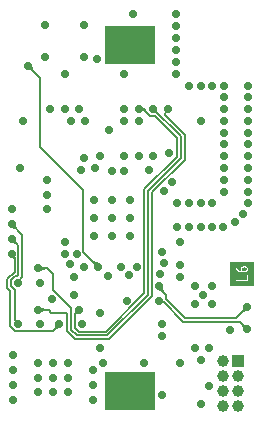
<source format=gbr>
%TF.GenerationSoftware,Altium Limited,Altium Designer,22.11.1 (43)*%
G04 Layer_Physical_Order=6*
G04 Layer_Color=16711680*
%FSLAX45Y45*%
%MOMM*%
%TF.SameCoordinates,9689AE11-03B8-4921-899C-892E986EC91F*%
%TF.FilePolarity,Positive*%
%TF.FileFunction,Copper,L6,Bot,Signal*%
%TF.Part,Single*%
G01*
G75*
%TA.AperFunction,Conductor*%
%ADD10C,0.20000*%
%TA.AperFunction,ViaPad*%
%ADD44C,0.70000*%
%TA.AperFunction,SMDPad,CuDef*%
%ADD45R,4.20000X3.20000*%
%ADD46R,1.00000X1.00000*%
%TA.AperFunction,BGAPad,CuDef*%
%ADD47C,1.00000*%
G36*
X113171Y843787D02*
X122469Y834180D01*
X104169Y823617D01*
X104194Y823761D01*
X104099Y824006D01*
X103885Y824354D01*
X103550Y824804D01*
X102522Y826009D01*
X100082Y828583D01*
X99029Y829645D01*
X113171Y843787D01*
D02*
G37*
G36*
X434363Y768504D02*
X436421Y770767D01*
X438258Y773220D01*
X439874Y775861D01*
X441269Y778692D01*
X442444Y781712D01*
X443397Y784921D01*
X444129Y788319D01*
X444641Y791907D01*
X444932Y795684D01*
X445002Y799650D01*
X479650Y765001D01*
X475684Y764931D01*
X471907Y764641D01*
X468320Y764129D01*
X464921Y763396D01*
X461712Y762443D01*
X458692Y761269D01*
X455861Y759874D01*
X453220Y758257D01*
X450768Y756420D01*
X448505Y754362D01*
X434363Y768504D01*
D02*
G37*
G36*
X354239Y914038D02*
X351203Y913896D01*
X348176Y913469D01*
X345160Y912759D01*
X342152Y911763D01*
X339155Y910484D01*
X336167Y908920D01*
X333189Y907072D01*
X330220Y904940D01*
X327261Y902523D01*
X324312Y899822D01*
X325659Y948804D01*
X328416Y945998D01*
X331208Y943488D01*
X334036Y941273D01*
X336899Y939354D01*
X339796Y937729D01*
X342730Y936400D01*
X345698Y935367D01*
X348701Y934629D01*
X351739Y934186D01*
X354813Y934038D01*
X354239Y914038D01*
D02*
G37*
G36*
X605230Y895355D02*
X607472Y897744D01*
X609440Y900155D01*
X611134Y902586D01*
X612555Y905039D01*
X613702Y907513D01*
X614575Y910009D01*
X615174Y912525D01*
X615500Y915063D01*
X615552Y917621D01*
X615330Y920202D01*
X643829Y890548D01*
X641276Y890868D01*
X638747Y890910D01*
X636242Y890673D01*
X633760Y890157D01*
X631303Y889363D01*
X628869Y888290D01*
X626459Y886939D01*
X624073Y885309D01*
X621710Y883400D01*
X619372Y881213D01*
X605230Y895355D01*
D02*
G37*
G36*
X1346533Y1075795D02*
X1344483Y1077692D01*
X1342205Y1079510D01*
X1339699Y1081251D01*
X1336964Y1082912D01*
X1334002Y1084496D01*
X1327393Y1087428D01*
X1323747Y1088777D01*
X1315770Y1091239D01*
X1358570Y1115097D01*
X1357688Y1111598D01*
X1357142Y1108224D01*
X1356934Y1104975D01*
X1357062Y1101850D01*
X1357527Y1098849D01*
X1358329Y1095972D01*
X1359467Y1093220D01*
X1360942Y1090592D01*
X1362753Y1088089D01*
X1364902Y1085710D01*
X1346533Y1075795D01*
D02*
G37*
G36*
X2038505Y805637D02*
X2040768Y803580D01*
X2043220Y801742D01*
X2045861Y800126D01*
X2048692Y798731D01*
X2051712Y797556D01*
X2054921Y796603D01*
X2058319Y795871D01*
X2061907Y795359D01*
X2065684Y795068D01*
X2069650Y794998D01*
X2035002Y760350D01*
X2034932Y764316D01*
X2034641Y768093D01*
X2034129Y771680D01*
X2033397Y775079D01*
X2032443Y778288D01*
X2031269Y781308D01*
X2029874Y784139D01*
X2028258Y786780D01*
X2026420Y789232D01*
X2024362Y791495D01*
X2038505Y805637D01*
D02*
G37*
G36*
X2024362Y918505D02*
X2026420Y920768D01*
X2028258Y923220D01*
X2029874Y925861D01*
X2031269Y928692D01*
X2032443Y931712D01*
X2033397Y934921D01*
X2034129Y938319D01*
X2034641Y941907D01*
X2034932Y945684D01*
X2035002Y949650D01*
X2069650Y915001D01*
X2065684Y914932D01*
X2061907Y914641D01*
X2058319Y914129D01*
X2054921Y913397D01*
X2051712Y912443D01*
X2048692Y911269D01*
X2045861Y909874D01*
X2043220Y908258D01*
X2040768Y906420D01*
X2038505Y904362D01*
X2024362Y918505D01*
D02*
G37*
G36*
X92928Y1356213D02*
X82621Y1365840D01*
X101827Y1377520D01*
X101721Y1377260D01*
X101756Y1376899D01*
X101931Y1376436D01*
X102245Y1375872D01*
X102700Y1375206D01*
X103294Y1374439D01*
X104902Y1372600D01*
X107070Y1370355D01*
X92928Y1356213D01*
D02*
G37*
G36*
X106495Y1479363D02*
X104232Y1481420D01*
X101780Y1483258D01*
X99139Y1484874D01*
X96308Y1486269D01*
X93288Y1487444D01*
X90079Y1488397D01*
X86681Y1489129D01*
X83093Y1489641D01*
X79316Y1489932D01*
X75350Y1490002D01*
X109999Y1524650D01*
X110068Y1520684D01*
X110359Y1516907D01*
X110871Y1513320D01*
X111603Y1509921D01*
X112557Y1506712D01*
X113731Y1503692D01*
X115126Y1500861D01*
X116742Y1498220D01*
X118580Y1495768D01*
X120638Y1493505D01*
X106495Y1479363D01*
D02*
G37*
G36*
X354541Y1265000D02*
X351486Y1264855D01*
X348453Y1264420D01*
X345442Y1263695D01*
X342454Y1262680D01*
X339488Y1261375D01*
X336544Y1259780D01*
X333623Y1257895D01*
X330725Y1255720D01*
X327849Y1253255D01*
X324995Y1250500D01*
Y1299500D01*
X327849Y1296745D01*
X330725Y1294280D01*
X333623Y1292105D01*
X336544Y1290220D01*
X339488Y1288625D01*
X342454Y1287320D01*
X345442Y1286305D01*
X348453Y1285580D01*
X351486Y1285145D01*
X354541Y1285000D01*
Y1265000D01*
D02*
G37*
G36*
X775805Y1335637D02*
X778068Y1333580D01*
X780520Y1331742D01*
X783161Y1330126D01*
X785992Y1328731D01*
X789012Y1327556D01*
X792221Y1326603D01*
X795619Y1325871D01*
X799207Y1325359D01*
X802984Y1325068D01*
X806950Y1324998D01*
X772301Y1290350D01*
X772232Y1294316D01*
X771941Y1298093D01*
X771429Y1301680D01*
X770697Y1305079D01*
X769743Y1308288D01*
X768569Y1311308D01*
X767174Y1314139D01*
X765558Y1316780D01*
X763720Y1319232D01*
X761662Y1321495D01*
X775805Y1335637D01*
D02*
G37*
G36*
X106495Y1604363D02*
X104232Y1606420D01*
X101780Y1608258D01*
X99139Y1609874D01*
X96308Y1611269D01*
X93288Y1612444D01*
X90079Y1613397D01*
X86681Y1614129D01*
X83093Y1614641D01*
X79316Y1614932D01*
X75350Y1615002D01*
X109999Y1649650D01*
X110068Y1645684D01*
X110359Y1641907D01*
X110871Y1638320D01*
X111603Y1634921D01*
X112557Y1631712D01*
X113731Y1628692D01*
X115126Y1625861D01*
X116742Y1623220D01*
X118580Y1620768D01*
X120638Y1618505D01*
X106495Y1604363D01*
D02*
G37*
G36*
X1197662Y2610738D02*
X1194736Y2610693D01*
X1189625Y2610329D01*
X1187440Y2610010D01*
X1185502Y2609601D01*
X1183811Y2609101D01*
X1182366Y2608510D01*
X1181169Y2607827D01*
X1180219Y2607054D01*
X1179516Y2606190D01*
X1183188Y2636117D01*
X1183657Y2635095D01*
X1184343Y2634181D01*
X1185247Y2633374D01*
X1186368Y2632674D01*
X1187707Y2632083D01*
X1189263Y2631598D01*
X1191037Y2631222D01*
X1193028Y2630953D01*
X1195236Y2630792D01*
X1197662Y2630738D01*
Y2610738D01*
D02*
G37*
G36*
X246154Y2945488D02*
X243943Y2947507D01*
X241528Y2949347D01*
X238909Y2951008D01*
X236086Y2952488D01*
X233059Y2953789D01*
X229828Y2954911D01*
X226394Y2955852D01*
X222756Y2956614D01*
X218914Y2957196D01*
X214868Y2957599D01*
X252341Y2989170D01*
X252095Y2985316D01*
X252108Y2981633D01*
X252380Y2978123D01*
X252912Y2974785D01*
X253704Y2971618D01*
X254756Y2968624D01*
X256067Y2965802D01*
X257638Y2963152D01*
X259468Y2960674D01*
X261559Y2958368D01*
X246154Y2945488D01*
D02*
G37*
G36*
X2125000Y1130001D02*
X1925000D01*
Y1330001D01*
X2125000D01*
Y1130001D01*
D02*
G37*
%LPC*%
G36*
X2077561Y1293103D02*
X1972438D01*
D01*
X2040809D01*
X2038729Y1292964D01*
X2036926Y1292825D01*
X2033321Y1291854D01*
X2030131Y1290745D01*
X2027357Y1289358D01*
X2026248Y1288526D01*
X2025277Y1287833D01*
X2024306Y1287278D01*
X2023613Y1286723D01*
X2023058Y1286168D01*
X2022503Y1285752D01*
X2022365Y1285614D01*
X2022226Y1285475D01*
X2020839Y1284088D01*
X2019591Y1282563D01*
X2018620Y1281037D01*
X2017788Y1279373D01*
X2016401Y1276322D01*
X2015430Y1273271D01*
X2014876Y1270774D01*
X2014737Y1269526D01*
X2014598Y1268694D01*
X2014460Y1267862D01*
Y1251497D01*
X2010992Y1252191D01*
X2007664Y1253162D01*
X2004613Y1254548D01*
X2001839Y1255935D01*
X1999482Y1257183D01*
X1998650Y1257738D01*
X1997817Y1258293D01*
X1997124Y1258709D01*
X1996708Y1259125D01*
X1996431Y1259264D01*
X1996292Y1259402D01*
X1994350Y1261067D01*
X1992547Y1262731D01*
X1990883Y1264534D01*
X1989358Y1266337D01*
X1988110Y1268001D01*
X1987000Y1269804D01*
X1986029Y1271329D01*
X1985059Y1272993D01*
X1984365Y1274380D01*
X1983810Y1275767D01*
X1983256Y1276877D01*
X1982840Y1277986D01*
X1982562Y1278818D01*
X1982424Y1279373D01*
X1982285Y1279789D01*
Y1279928D01*
X1981869Y1280760D01*
X1981314Y1281453D01*
X1980482Y1281869D01*
X1979789Y1282285D01*
X1978956Y1282424D01*
X1978263Y1282563D01*
X1977847D01*
X1977708D01*
X1975905Y1282285D01*
X1974657Y1281730D01*
X1973686Y1280898D01*
X1973132Y1279928D01*
X1972716Y1278957D01*
X1972577Y1278125D01*
X1972438Y1277570D01*
Y1280344D01*
Y1277570D01*
Y1276599D01*
X1972577Y1275906D01*
X1972993Y1274242D01*
X1973270Y1273548D01*
X1973548Y1272993D01*
X1973686Y1272577D01*
Y1272439D01*
X1974519Y1270497D01*
X1975628Y1268417D01*
X1977847Y1264672D01*
X1980343Y1261344D01*
X1982701Y1258293D01*
X1983949Y1257045D01*
X1985059Y1255797D01*
X1986029Y1254826D01*
X1986861Y1253994D01*
X1987555Y1253300D01*
X1988110Y1252746D01*
X1988387Y1252468D01*
X1988526Y1252329D01*
X1991022Y1250249D01*
X1993796Y1248446D01*
X1996431Y1246921D01*
X1999066Y1245534D01*
X2001701Y1244424D01*
X2004336Y1243454D01*
X2006832Y1242622D01*
X2009190Y1242067D01*
X2011408Y1241512D01*
X2013489Y1241235D01*
X2015292Y1240957D01*
X2016817Y1240680D01*
X2018065D01*
X2019036Y1240541D01*
X2051488D01*
X2053430Y1240680D01*
X2055371Y1240819D01*
X2058977Y1241789D01*
X2062167Y1242899D01*
X2064940Y1244424D01*
X2066050Y1245118D01*
X2067021Y1245811D01*
X2067992Y1246366D01*
X2068685Y1246921D01*
X2069240Y1247476D01*
X2069656Y1247892D01*
X2069933Y1248030D01*
X2070072Y1248169D01*
X2071320Y1249694D01*
X2072568Y1251220D01*
X2073539Y1252746D01*
X2074371Y1254271D01*
X2075758Y1257461D01*
X2076590Y1260373D01*
X2077145Y1262869D01*
X2077283Y1263979D01*
X2077422Y1264950D01*
X2077561Y1265643D01*
Y1266753D01*
X2077422Y1268833D01*
X2077283Y1270636D01*
X2076313Y1274242D01*
X2075203Y1277431D01*
X2073678Y1280205D01*
X2072984Y1281314D01*
X2072291Y1282285D01*
X2071736Y1283256D01*
X2071181Y1283949D01*
X2070627Y1284504D01*
X2070210Y1285059D01*
X2070072Y1285198D01*
X2069933Y1285336D01*
X2068408Y1286723D01*
X2066882Y1287971D01*
X2065357Y1288942D01*
X2063831Y1289774D01*
X2060641Y1291161D01*
X2057729Y1292132D01*
X2055233Y1292687D01*
X2054123Y1292825D01*
X2053152Y1292964D01*
X2052459Y1293103D01*
X2077561D01*
D02*
G37*
G36*
Y1219461D02*
X2072291D01*
X2070488Y1219184D01*
X2069240Y1218629D01*
X2068269Y1217797D01*
X2067714Y1216826D01*
X2067298Y1215856D01*
X2067159Y1215023D01*
X2067021Y1214469D01*
Y1177440D01*
X1977708D01*
X1975905Y1177163D01*
X1974657Y1176608D01*
X1973686Y1175776D01*
X1973132Y1174805D01*
X1972716Y1173834D01*
X1972577Y1173002D01*
X1972438Y1172447D01*
Y1219461D01*
X2053649D01*
X1972438D01*
Y1166900D01*
Y1172170D01*
X1972716Y1170367D01*
X1973270Y1169119D01*
X1974102Y1168148D01*
X1975073Y1167594D01*
X1976044Y1167177D01*
X1976876Y1167039D01*
X1977431Y1166900D01*
X2072429D01*
X2074094Y1167177D01*
X2075342Y1167732D01*
X2076313Y1168564D01*
X2076867Y1169535D01*
X2077283Y1170506D01*
X2077422Y1171338D01*
X2077561Y1171893D01*
Y1214191D01*
X2077283Y1215994D01*
X2076729Y1217242D01*
X2075897Y1218213D01*
X2074926Y1218768D01*
X2073955Y1219184D01*
X2073123Y1219323D01*
X2072568Y1219461D01*
X2077561D01*
D02*
G37*
%LPD*%
G36*
X2053707Y1282424D02*
X2055787Y1281869D01*
X2057729Y1281176D01*
X2059393Y1280344D01*
X2060641Y1279373D01*
X2061612Y1278679D01*
X2062167Y1278125D01*
X2062444Y1277986D01*
X2063970Y1276183D01*
X2065079Y1274242D01*
X2065911Y1272439D01*
X2066466Y1270636D01*
X2066743Y1269110D01*
X2066882Y1267862D01*
X2067021Y1267030D01*
Y1266753D01*
X2066882Y1264395D01*
X2066327Y1262176D01*
X2065634Y1260234D01*
X2064663Y1258709D01*
X2063831Y1257322D01*
X2063138Y1256351D01*
X2062583Y1255797D01*
X2062444Y1255519D01*
X2060641Y1253994D01*
X2058838Y1253023D01*
X2056897Y1252191D01*
X2055233Y1251636D01*
X2053707Y1251359D01*
X2052459Y1251220D01*
X2051627Y1251081D01*
X2051488D01*
X2051349D01*
X2025000D01*
Y1266753D01*
X2025138Y1269110D01*
X2025693Y1271190D01*
X2026386Y1273132D01*
X2027218Y1274796D01*
X2028189Y1276044D01*
X2028883Y1277015D01*
X2029437Y1277709D01*
X2029576Y1277847D01*
X2031379Y1279373D01*
X2033321Y1280621D01*
X2035123Y1281453D01*
X2036926Y1282008D01*
X2038452Y1282285D01*
X2039700Y1282563D01*
X2040532D01*
X2040671D01*
X2040809D01*
X2051349D01*
X2053707Y1282424D01*
D02*
G37*
D10*
X1543984Y857700D02*
X1977700D01*
X2070000Y950000D01*
X1382700Y1018984D02*
X1543984Y857700D01*
X1217300Y2601100D02*
Y2601100D01*
X1150000Y2625000D02*
X1154262Y2620738D01*
X1197662D02*
X1217300Y2601100D01*
Y2601100D02*
X1251100Y2567300D01*
X1154262Y2620738D02*
X1197662D01*
X1251100Y2567300D02*
X1286455D01*
X1378034Y2571716D02*
X1507700Y2442050D01*
X1378034Y2571716D02*
Y2589504D01*
X1400000Y2611470D01*
X1540400Y2194155D02*
Y2405844D01*
X1507700Y2438544D02*
X1540400Y2405844D01*
X1265000Y1918755D02*
X1540400Y2194155D01*
X1507700Y2438544D02*
Y2442050D01*
X1275000Y2625000D02*
X1507700Y2392300D01*
Y2207700D02*
Y2392300D01*
X1232300Y1932300D02*
X1507700Y2207700D01*
X1199600Y1945844D02*
X1475000Y2221244D01*
X1286455Y2567300D02*
X1475000Y2378755D01*
Y2221244D02*
Y2378755D01*
X1400000Y2611470D02*
Y2625000D01*
X1325000Y1111470D02*
Y1125000D01*
Y1111470D02*
X1382700Y1053770D01*
Y1018984D02*
Y1053770D01*
X1325000Y1000000D02*
X1334567Y990433D01*
X1530440Y825000D02*
X2005000D01*
X1334567Y990433D02*
X1365007D01*
X1530440Y825000D01*
X2005000D02*
X2070000Y760000D01*
X320000Y2305000D02*
X682700Y1942300D01*
X217500Y2988284D02*
X320000Y2885784D01*
Y2305000D02*
Y2885784D01*
X682700Y1414600D02*
X807300Y1290000D01*
X682700Y1414600D02*
Y1942300D01*
X39600Y1112555D02*
Y1187444D01*
Y1112555D02*
X65000Y1087155D01*
Y783399D02*
X106100Y742300D01*
X65000Y783399D02*
Y1087155D01*
X39600Y1187444D02*
X99999Y1247844D01*
Y1363284D01*
X75000Y1388283D02*
X99999Y1363284D01*
X75000Y1388283D02*
Y1400000D01*
X106100Y742300D02*
X422300D01*
X106100Y836716D02*
X130000Y812815D01*
X72300Y1126100D02*
Y1173900D01*
X106100Y1207700D01*
X130000Y800000D02*
Y812815D01*
X72300Y1126100D02*
X106100Y1092300D01*
Y836716D02*
Y1092300D01*
Y1207700D02*
X120984D01*
X132699Y1219416D02*
Y1467300D01*
X120984Y1207700D02*
X132699Y1219416D01*
X121064Y1478936D02*
X132699Y1467300D01*
X121064Y1478936D02*
Y1478937D01*
X75000Y1525000D02*
X121064Y1478937D01*
X130000Y1150000D02*
Y1163530D01*
X165399Y1198929D01*
Y1559601D01*
X75000Y1650000D02*
X165399Y1559601D01*
X422300Y742300D02*
X480000Y800000D01*
X1199600Y1067089D02*
Y1945844D01*
X872911Y740400D02*
X1199600Y1067089D01*
X1232300Y1053545D02*
Y1932300D01*
X886455Y707700D02*
X1232300Y1053545D01*
X900000Y675000D02*
X1265000Y1040000D01*
Y1918755D01*
X217500Y2988284D02*
Y2992500D01*
X300000Y1275000D02*
X375000D01*
X425000Y1091852D02*
Y1225000D01*
X375000Y1275000D02*
X425000Y1225000D01*
Y1091852D02*
X579601Y937250D01*
X612301Y888284D02*
X649017Y925000D01*
X650000D01*
X612301Y770075D02*
Y888284D01*
Y770075D02*
X641976Y740400D01*
X579601Y756531D02*
Y937250D01*
Y756531D02*
X628432Y707700D01*
X546901Y742986D02*
Y888284D01*
X535185Y900000D02*
X546901Y888284D01*
X412307Y900000D02*
X535185D01*
X388269Y924038D02*
X412307Y900000D01*
X300000Y925000D02*
X300962Y924038D01*
X388269D01*
X546901Y742986D02*
X614887Y675000D01*
X900000D01*
X628432Y707700D02*
X886455D01*
X641976Y740400D02*
X872911D01*
D44*
X1861500Y490500D02*
D03*
X925000Y3125000D02*
D03*
Y3275000D02*
D03*
X1075000Y275000D02*
D03*
Y125000D02*
D03*
X925000Y275000D02*
D03*
X1000000Y200000D02*
D03*
X925000Y125000D02*
D03*
X1000000Y3200000D02*
D03*
X1075000Y3125000D02*
D03*
Y3275000D02*
D03*
X925000Y2100000D02*
D03*
X1750000Y275000D02*
D03*
X1675000Y500000D02*
D03*
X2070000Y950000D02*
D03*
X1500000Y1300000D02*
D03*
Y1500000D02*
D03*
X1025000Y2625000D02*
D03*
X650000D02*
D03*
X800000Y3050000D02*
D03*
X1465000Y2925000D02*
D03*
Y3025000D02*
D03*
Y3125000D02*
D03*
Y3225000D02*
D03*
Y3425000D02*
D03*
X1025000Y2925000D02*
D03*
X900000Y2450000D02*
D03*
X825000Y2225000D02*
D03*
X687690Y2206090D02*
D03*
X1150000Y2625000D02*
D03*
X1050455Y999545D02*
D03*
X1071426Y1216814D02*
D03*
X1325000Y1125000D02*
D03*
Y1000000D02*
D03*
X1500000Y1200000D02*
D03*
X2070000Y760000D02*
D03*
X1025000Y2100000D02*
D03*
X85000Y540500D02*
D03*
Y413500D02*
D03*
X1575000Y2815000D02*
D03*
X1435393Y2007548D02*
D03*
X1368100Y1933578D02*
D03*
X375000Y1775000D02*
D03*
X525000Y1500000D02*
D03*
X524243Y1398917D02*
D03*
X417626Y1017626D02*
D03*
X1239294Y2109293D02*
D03*
X1348604Y1417785D02*
D03*
X1365400Y1319206D02*
D03*
X1332700Y1224703D02*
D03*
X765000Y413500D02*
D03*
Y286500D02*
D03*
Y159500D02*
D03*
X85000D02*
D03*
Y286500D02*
D03*
X895653Y1214053D02*
D03*
X1002700Y1289455D02*
D03*
X1140000Y1289600D02*
D03*
X807300Y1290000D02*
D03*
X691688Y1287700D02*
D03*
X570000Y1310000D02*
D03*
X625000Y1400000D02*
D03*
X1465000Y3325000D02*
D03*
X1675000Y2815000D02*
D03*
X1775000D02*
D03*
X1025000Y2225000D02*
D03*
X1988500Y363500D02*
D03*
X550000Y475000D02*
D03*
X300000D02*
D03*
Y225000D02*
D03*
X550000D02*
D03*
X425000D02*
D03*
Y475000D02*
D03*
X300000Y350000D02*
D03*
X550000D02*
D03*
X425000D02*
D03*
X1988500Y109500D02*
D03*
X1861500D02*
D03*
Y236500D02*
D03*
X1988500D02*
D03*
X1861500Y363500D02*
D03*
X1988500Y490500D02*
D03*
X1925000Y750000D02*
D03*
X1500000Y475000D02*
D03*
X150000Y2125000D02*
D03*
X375000Y2025000D02*
D03*
X130000Y1150000D02*
D03*
Y800000D02*
D03*
X480000D02*
D03*
X650000Y925000D02*
D03*
X300000D02*
D03*
Y1275000D02*
D03*
X75000Y1400000D02*
D03*
Y1525000D02*
D03*
X1350000Y200000D02*
D03*
X525000Y2925000D02*
D03*
X660000Y2110000D02*
D03*
X778557Y2127342D02*
D03*
X692500Y3332500D02*
D03*
X217500Y2992500D02*
D03*
X1100000Y3427144D02*
D03*
X1025000Y2525000D02*
D03*
X1150000Y2225000D02*
D03*
Y2525000D02*
D03*
X700000D02*
D03*
X1400000Y2625000D02*
D03*
X1275000Y2625000D02*
D03*
X400000D02*
D03*
X525000D02*
D03*
X1075000Y1550000D02*
D03*
X925000D02*
D03*
X775000D02*
D03*
Y1700000D02*
D03*
Y1850000D02*
D03*
X925000D02*
D03*
X1075000D02*
D03*
Y1700000D02*
D03*
X925000D02*
D03*
X670000Y800000D02*
D03*
X320000D02*
D03*
Y1150000D02*
D03*
X1350000Y700000D02*
D03*
Y800000D02*
D03*
X1275000Y2225000D02*
D03*
X600000Y1200000D02*
D03*
X825000Y600000D02*
D03*
X692500Y3067500D02*
D03*
X357500Y3332500D02*
D03*
Y3067500D02*
D03*
X375000Y1900000D02*
D03*
X75000Y1775000D02*
D03*
X600000Y1050000D02*
D03*
X1675000Y125000D02*
D03*
X825000Y900000D02*
D03*
X850000Y475000D02*
D03*
X1200000D02*
D03*
X1750000Y600000D02*
D03*
X1625000D02*
D03*
X1407500Y2250000D02*
D03*
X1675000Y2525000D02*
D03*
X575000D02*
D03*
X75000Y1650000D02*
D03*
X175000Y2525000D02*
D03*
X1475000Y1825000D02*
D03*
X1869395Y1628950D02*
D03*
X1962979Y1664193D02*
D03*
X2035361Y1733192D02*
D03*
X2075000Y1825000D02*
D03*
X2075000Y2725000D02*
D03*
X2075000Y2815000D02*
D03*
X1875000D02*
D03*
Y2725000D02*
D03*
X2075000Y2325000D02*
D03*
Y2425000D02*
D03*
Y2625000D02*
D03*
Y2525000D02*
D03*
X1875000D02*
D03*
Y2625000D02*
D03*
Y2425000D02*
D03*
Y2325000D02*
D03*
X2075000Y1925000D02*
D03*
Y2025000D02*
D03*
Y2225000D02*
D03*
Y2125000D02*
D03*
X1875000D02*
D03*
Y2225000D02*
D03*
Y2025000D02*
D03*
Y1925000D02*
D03*
X1575000Y1825000D02*
D03*
X1775000D02*
D03*
X1675000D02*
D03*
Y1625000D02*
D03*
X1775000D02*
D03*
X1575000D02*
D03*
X1475000D02*
D03*
X1625000Y975000D02*
D03*
X1700000Y1050000D02*
D03*
X1625000Y1125000D02*
D03*
X1775000D02*
D03*
Y975000D02*
D03*
D45*
X1075000Y3165000D02*
D03*
Y235000D02*
D03*
D46*
X1988500Y490500D02*
D03*
D47*
X1861500D02*
D03*
X1988500Y363500D02*
D03*
X1861500D02*
D03*
X1988500Y236500D02*
D03*
X1861500D02*
D03*
X1988500Y109500D02*
D03*
X1861500D02*
D03*
%TF.MD5,91477ad21ce37a40b693bd93b3729b45*%
M02*

</source>
